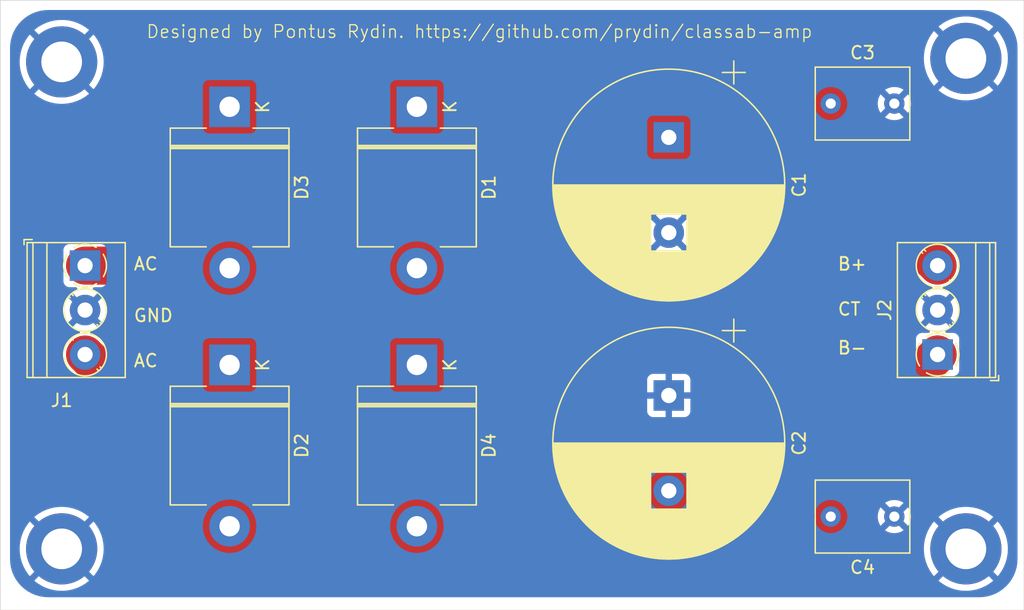
<source format=kicad_pcb>
(kicad_pcb (version 20240108) (generator "pcbnew") (generator_version "8.0")
  (layers (0 "F.Cu" signal) (31 "B.Cu" signal) (34 "B.Paste" user) (35 "F.Paste" user) (36 "B.SilkS" user "B.Silkscreen") (37 "F.SilkS" user "F.Silkscreen") (38 "B.Mask" user) (39 "F.Mask" user) (44 "Edge.Cuts" user))
  (net 0 "")
  (net 1 "GND")
  (net 2 "/V+")
  (net 3 "/V-")
  (net 4 "/AC1")
  (net 5 "/AC2")
  (footprint "Capacitor_THT:C_Rect_L7.2mm_W5.5mm_P5.00mm_FKS2_FKP2_MKS2_MKP2" (layer "F.Cu") (at 126.452 102.108 180)
    (property "Reference" "C4" (at 2.5 -4 360) (layer "F.SilkS"))
    (property "Value" "100n")
    (pad "1" thru_hole circle (at 0 0 180) (size 1.6 1.6) (drill 0.8) (layers "*.Cu" "*.Mask") (net 1 "GND"))
    (pad "2" thru_hole circle (at 5 0 180) (size 1.6 1.6) (drill 0.8) (layers "*.Cu" "*.Mask") (net 3 "/V-"))
  )
  (footprint "MountingHole:MountingHole_3.2mm_M3_DIN965_Pad" (layer "F.Cu") (at 132.08 104.648)
    (property "Reference" "REF**" (hide yes))
    (property "Value" "MountingHole_3.2mm_M3_DIN965_Pad" (hide yes))
    (pad "1" thru_hole circle (at 0 0) (size 5.6 5.6) (drill 3.2) (layers "*.Cu" "*.Mask") (net 1 "GND"))
  )
  (footprint "Capacitor_THT:CP_Radial_D18.0mm_P7.50mm" (layer "F.Cu") (at 108.712 92.576 -90)
    (property "Reference" "C2" (at 3.75 -10.25 90) (layer "F.SilkS"))
    (property "Value" "4700u")
    (pad "1" thru_hole rect (at 0 0 270) (size 2.4 2.4) (drill 1.2) (layers "*.Cu" "*.Mask") (net 1 "GND"))
    (pad "2" thru_hole circle (at 7.5 0 270) (size 2.4 2.4) (drill 1.2) (layers "*.Cu" "*.Mask") (net 3 "/V-"))
  )
  (footprint "Diode_THT:D_P600_R-6_P12.70mm_Horizontal" (layer "F.Cu") (at 88.9 90.17 -90)
    (property "Reference" "D4" (at 6.35 -5.67 90) (layer "F.SilkS"))
    (property "Value" "GI754")
    (fp_text user "K" (at 0 -2.6 90) (layer "F.SilkS"))
    (pad "1" thru_hole rect (at 0 0 270) (size 3.2 3.2) (drill 1.6) (layers "*.Cu" "*.Mask") (net 4 "/AC1"))
    (pad "2" thru_hole oval (at 12.7 0 270) (size 3.2 3.2) (drill 1.6) (layers "*.Cu" "*.Mask") (net 3 "/V-"))
  )
  (footprint "MountingHole:MountingHole_3.2mm_M3_DIN965_Pad" (layer "F.Cu") (at 60.96 66.315)
    (property "Reference" "REF**" (hide yes))
    (property "Value" "MountingHole_3.2mm_M3_DIN965_Pad" (hide yes))
    (pad "1" thru_hole circle (at 0 0) (size 5.6 5.6) (drill 3.2) (layers "*.Cu" "*.Mask") (net 1 "GND"))
  )
  (footprint "Diode_THT:D_P600_R-6_P12.70mm_Horizontal" (layer "F.Cu") (at 74.168 69.85 -90)
    (property "Reference" "D3" (at 6.35 -5.67 90) (layer "F.SilkS"))
    (property "Value" "GI754")
    (fp_text user "K" (at 0 -2.6 90) (layer "F.SilkS"))
    (pad "1" thru_hole rect (at 0 0 270) (size 3.2 3.2) (drill 1.6) (layers "*.Cu" "*.Mask") (net 2 "/V+"))
    (pad "2" thru_hole oval (at 12.7 0 270) (size 3.2 3.2) (drill 1.6) (layers "*.Cu" "*.Mask") (net 5 "/AC2"))
  )
  (footprint "MountingHole:MountingHole_3.2mm_M3_DIN965_Pad" (layer "F.Cu") (at 60.96 104.648)
    (property "Reference" "REF**" (hide yes))
    (property "Value" "MountingHole_3.2mm_M3_DIN965_Pad" (hide yes))
    (pad "1" thru_hole circle (at 0 0) (size 5.6 5.6) (drill 3.2) (layers "*.Cu" "*.Mask") (net 1 "GND"))
  )
  (footprint "TerminalBlock_Phoenix:TerminalBlock_Phoenix_PT-1,5-3-3.5-H_1x03_P3.50mm_Horizontal" (layer "F.Cu") (at 129.856 89.352 90)
    (property "Reference" "J2" (at 3.5 -4.16 90) (layer "F.SilkS"))
    (property "Value" "DC OUT")
    (pad "1" thru_hole rect (at 0 0 90) (size 2.4 2.4) (drill 1.2) (layers "*.Cu" "*.Mask") (net 3 "/V-"))
    (pad "2" thru_hole circle (at 3.5 0 90) (size 2.4 2.4) (drill 1.2) (layers "*.Cu" "*.Mask") (net 1 "GND"))
    (pad "3" thru_hole circle (at 7 0 90) (size 2.4 2.4) (drill 1.2) (layers "*.Cu" "*.Mask") (net 2 "/V+"))
  )
  (footprint "TerminalBlock_Phoenix:TerminalBlock_Phoenix_PT-1,5-3-3.5-H_1x03_P3.50mm_Horizontal" (layer "F.Cu") (at 62.8 82.352 -90)
    (property "Reference" "J1" (at 10.612 1.84 180) (layer "F.SilkS"))
    (property "Value" "AC IN")
    (pad "1" thru_hole rect (at 0 0 270) (size 2.4 2.4) (drill 1.2) (layers "*.Cu" "*.Mask") (net 5 "/AC2"))
    (pad "2" thru_hole circle (at 3.5 0 270) (size 2.4 2.4) (drill 1.2) (layers "*.Cu" "*.Mask") (net 1 "GND"))
    (pad "3" thru_hole circle (at 7 0 270) (size 2.4 2.4) (drill 1.2) (layers "*.Cu" "*.Mask") (net 4 "/AC1"))
  )
  (footprint "Capacitor_THT:CP_Radial_D18.0mm_P7.50mm" (layer "F.Cu") (at 108.712 72.256 -90)
    (property "Reference" "C1" (at 3.75 -10.25 90) (layer "F.SilkS"))
    (property "Value" "4700u")
    (pad "1" thru_hole rect (at 0 0 270) (size 2.4 2.4) (drill 1.2) (layers "*.Cu" "*.Mask") (net 2 "/V+"))
    (pad "2" thru_hole circle (at 7.5 0 270) (size 2.4 2.4) (drill 1.2) (layers "*.Cu" "*.Mask") (net 1 "GND"))
  )
  (footprint "MountingHole:MountingHole_3.2mm_M3_DIN965_Pad" (layer "F.Cu") (at 132.08 66.04)
    (property "Reference" "REF**" (hide yes))
    (property "Value" "MountingHole_3.2mm_M3_DIN965_Pad" (hide yes))
    (pad "1" thru_hole circle (at 0 0) (size 5.6 5.6) (drill 3.2) (layers "*.Cu" "*.Mask") (net 1 "GND"))
  )
  (footprint "Capacitor_THT:C_Rect_L7.2mm_W5.5mm_P5.00mm_FKS2_FKP2_MKS2_MKP2" (layer "F.Cu") (at 121.452 69.596)
    (property "Reference" "C3" (at 2.5 -4 0) (layer "F.SilkS"))
    (property "Value" "100n")
    (pad "1" thru_hole circle (at 0 0) (size 1.6 1.6) (drill 0.8) (layers "*.Cu" "*.Mask") (net 2 "/V+"))
    (pad "2" thru_hole circle (at 5 0) (size 1.6 1.6) (drill 0.8) (layers "*.Cu" "*.Mask") (net 1 "GND"))
  )
  (footprint "Diode_THT:D_P600_R-6_P12.70mm_Horizontal" (layer "F.Cu") (at 88.9 69.85 -90)
    (property "Reference" "D1" (at 6.35 -5.67 90) (layer "F.SilkS"))
    (property "Value" "GI754")
    (fp_text user "K" (at 0 -2.6 90) (layer "F.SilkS"))
    (pad "1" thru_hole rect (at 0 0 270) (size 3.2 3.2) (drill 1.6) (layers "*.Cu" "*.Mask") (net 2 "/V+"))
    (pad "2" thru_hole oval (at 12.7 0 270) (size 3.2 3.2) (drill 1.6) (layers "*.Cu" "*.Mask") (net 4 "/AC1"))
  )
  (footprint "Diode_THT:D_P600_R-6_P12.70mm_Horizontal" (layer "F.Cu") (at 74.168 90.17 -90)
    (property "Reference" "D2" (at 6.35 -5.67 90) (layer "F.SilkS"))
    (property "Value" "GI754")
    (fp_text user "K" (at 0 -2.6 90) (layer "F.SilkS"))
    (pad "1" thru_hole rect (at 0 0 270) (size 3.2 3.2) (drill 1.6) (layers "*.Cu" "*.Mask") (net 5 "/AC2"))
    (pad "2" thru_hole oval (at 12.7 0 270) (size 3.2 3.2) (drill 1.6) (layers "*.Cu" "*.Mask") (net 3 "/V-"))
  )
  (gr_rect (start 56.134 61.468) (end 136.652 109.474) (stroke (width 0.05)) (fill none) (layer "Edge.Cuts"))
  (gr_text "Designed by Pontus Rydin. https://github.com/prydin/classab-amp" (at 67.564 64.516 0) (layer "F.SilkS") (effects (font (size 1 1) (thickness 0.1)) (justify left bottom)))
  (gr_text "B-" (at 121.92 89.408 0) (layer "F.SilkS") (effects (font (size 1 1)) (justify left bottom)))
  (gr_text "CT" (at 121.92 86.36 0) (layer "F.SilkS") (effects (font (size 1 1)) (justify left bottom)))
  (gr_text "B+" (at 121.92 82.804 0) (layer "F.SilkS") (effects (font (size 1 1)) (justify left bottom)))
  (gr_text "AC" (at 66.548 82.804 0) (layer "F.SilkS") (effects (font (size 1 1)) (justify left bottom)))
  (gr_text "AC" (at 66.548 90.424 0) (layer "F.SilkS") (effects (font (size 1 1)) (justify left bottom)))
  (gr_text "GND" (at 66.548 86.868 0) (layer "F.SilkS") (effects (font (size 1 1)) (justify left bottom)))
  (segment (start 88.9 69.85) (end 106.306 69.85) (width 6) (layer "F.Cu") (net 2))
  (segment (start 129.856 82.352) (end 127.006 79.502) (width 3) (layer "F.Cu") (net 2))
  (segment (start 127 79.496) (end 127 79.502) (width 4) (layer "F.Cu") (net 2))
  (segment (start 74.168 69.85) (end 88.9 69.85) (width 6) (layer "F.Cu") (net 2))
  (segment (start 127 79.496) (end 119.76 72.256) (width 4) (layer "F.Cu") (net 2))
  (segment (start 108.712 72.256) (end 119.76 72.256) (width 6) (layer "F.Cu") (net 2))
  (segment (start 121.452 70.564) (end 119.76 72.256) (width 6) (layer "F.Cu") (net 2))
  (segment (start 121.452 69.596) (end 121.452 70.564) (width 6) (layer "F.Cu") (net 2))
  (segment (start 106.306 69.85) (end 108.712 72.256) (width 6) (layer "F.Cu") (net 2))
  (segment (start 119.42 100.076) (end 121.452 102.108) (width 6) (layer "F.Cu") (net 3))
  (segment (start 88.9 102.87) (end 105.918 102.87) (width 6) (layer "F.Cu") (net 3))
  (segment (start 127 92.208) (end 127 92.202) (width 4) (layer "F.Cu") (net 3))
  (segment (start 129.856 89.352) (end 129.85 89.352) (width 3) (layer "F.Cu") (net 3))
  (segment (start 121.452 102.108) (end 121.452 97.756) (width 4) (layer "F.Cu") (net 3))
  (segment (start 105.918 102.87) (end 108.712 100.076) (width 6) (layer "F.Cu") (net 3))
  (segment (start 108.712 100.076) (end 119.42 100.076) (width 6) (layer "F.Cu") (net 3))
  (segment (start 121.452 97.756) (end 127 92.208) (width 4) (layer "F.Cu") (net 3))
  (segment (start 74.168 102.87) (end 88.9 102.87) (width 6) (layer "F.Cu") (net 3))
  (segment (start 129.85 89.352) (end 127 92.202) (width 3) (layer "F.Cu") (net 3))
  (segment (start 70.118 96.534) (end 65.786 92.202) (width 4) (layer "F.Cu") (net 4))
  (segment (start 82.4 96.67) (end 88.9 90.17) (width 4) (layer "F.Cu") (net 4))
  (segment (start 62.8 89.352) (end 65.65 92.202) (width 3) (layer "F.Cu") (net 4))
  (segment (start 70.118 96.67) (end 70.118 96.534) (width 4) (layer "F.Cu") (net 4))
  (segment (start 70.118 96.67) (end 82.4 96.67) (width 4) (layer "F.Cu") (net 4))
  (segment (start 88.9 90.17) (end 88.9 82.55) (width 6) (layer "F.Cu") (net 4))
  (segment (start 65.65 92.202) (end 65.786 92.202) (width 3) (layer "F.Cu") (net 4))
  (segment (start 74.168 82.55) (end 73.07 81.452) (width 6) (layer "F.Cu") (net 5))
  (segment (start 74.168 82.55) (end 74.168 90.17) (width 6) (layer "F.Cu") (net 5))
  (segment (start 73.07 81.452) (end 68.154 81.452) (width 6) (layer "F.Cu") (net 5))
  (segment (start 67.254 82.352) (end 68.072 81.534) (width 4) (layer "F.Cu") (net 5))
  (segment (start 62.8 82.352) (end 67.254 82.352) (width 3) (layer "F.Cu") (net 5))
  (zone (net 1) (net_name "GND") (layer "B.Cu") (connect_pads (clearance 0.5)) (min_thickness 0.25) (fill yes (thermal_gap 0.5) (thermal_bridge_width 0.5) (smoothing fillet) (radius 3))
    (polygon (pts (xy 136.144 62.23) (xy 136.144 108.458) (xy 56.896 108.458) (xy 56.896 62.23)))
  )
)
</source>
